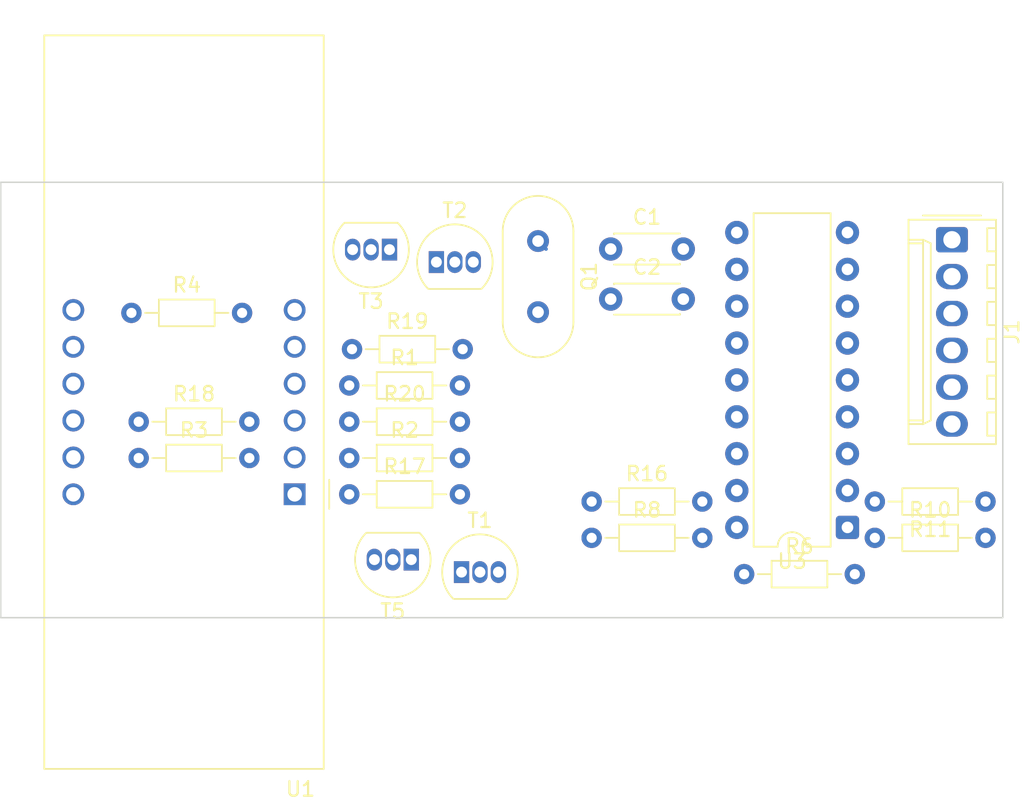
<source format=kicad_pcb>
(kicad_pcb (version 20241229) (generator "pcbnew") (generator_version "9.0")
  (layers (0 "F.Cu" signal) (2 "B.Cu" signal) (13 "F.Paste" user) (15 "B.Paste" user) (5 "F.SilkS" user "F.Silkscreen") (7 "B.SilkS" user "B.Silkscreen") (1 "F.Mask" user) (3 "B.Mask" user) (25 "Edge.Cuts" user))
  (net 0 "")
  (net 1 "Net-(U1-DPX)")
  (net 2 "Net-(T2-C)")
  (net 3 "Net-(U1-a)")
  (net 4 "Net-(T3-C)")
  (net 5 "Net-(U1-g)")
  (net 6 "Net-(U1-c)")
  (net 7 "Net-(U1-b)")
  (net 8 "Net-(U1-d)")
  (net 9 "Net-(U1-f)")
  (net 10 "Net-(T5-C)")
  (net 11 "Net-(T1-C)")
  (net 12 "Net-(U1-e)")
  (net 13 "Net-(U3-RA1)")
  (net 14 "Net-(U3-RB7)")
  (net 15 "Net-(U3-INT{slash}RB0)")
  (net 16 "Net-(U3-RB2)")
  (net 17 "Net-(U3-RA2)")
  (net 18 "Net-(U3-RB4)")
  (net 19 "Net-(U3-RB3)")
  (net 20 "Net-(U3-RA3)")
  (net 21 "GND")
  (net 22 "Net-(U3-OSC1{slash}CLKIN)")
  (net 23 "Net-(U3-RB5)")
  (net 24 "Net-(U3-~{MCLR})")
  (net 25 "VDD")
  (net 26 "Net-(U3-OSC2{slash}CLKOUT)")
  (net 27 "Net-(U3-RA0)")
  (net 28 "Net-(U3-RB6)")
  (net 29 "Net-(U3-RB1)")
  (net 32 "+5V")
  (net 33 "Net-(T1-B)")
  (net 34 "Net-(T2-B)")
  (net 35 "Net-(T3-B)")
  (net 36 "Net-(T5-B)")
  (footprint "Resistor_THT:R_Axial_DIN0204_L3.6mm_D1.6mm_P7.62mm_Horizontal" (layer "F.Cu") (at 129 69.5)
    (property "Reference" "R17" (at 3.81 -1.92 0) (layer "F.SilkS"))
    (property "Value" "330")
    (fp_line (start 0.94 0) (end 1.89 0) (stroke (width 0.12)) (layer "F.SilkS"))
    (fp_line (start 6.68 0) (end 5.73 0) (stroke (width 0.12)) (layer "F.SilkS"))
    (fp_rect (start 1.89 -0.92) (end 5.73 0.92) (stroke (width 0.12)) (fill no) (layer "F.SilkS"))
    (pad "1" thru_hole circle (at 0 0) (size 1.4 1.4) (drill 0.7) (layers "*.Cu" "*.Mask") (net 12 "Net-(U1-e)"))
    (pad "2" thru_hole circle (at 7.62 0) (size 1.4 1.4) (drill 0.7) (layers "*.Cu" "*.Mask") (net 18 "Net-(U3-RB4)"))
  )
  (footprint "Resistor_THT:R_Axial_DIN0204_L3.6mm_D1.6mm_P7.62mm_Horizontal" (layer "F.Cu") (at 114.5 64.5)
    (property "Reference" "R18" (at 3.81 -1.92 0) (layer "F.SilkS"))
    (property "Value" "330")
    (fp_line (start 0.94 0) (end 1.89 0) (stroke (width 0.12)) (layer "F.SilkS"))
    (fp_line (start 6.68 0) (end 5.73 0) (stroke (width 0.12)) (layer "F.SilkS"))
    (fp_rect (start 1.89 -0.92) (end 5.73 0.92) (stroke (width 0.12)) (fill no) (layer "F.SilkS"))
    (pad "1" thru_hole circle (at 0 0) (size 1.4 1.4) (drill 0.7) (layers "*.Cu" "*.Mask") (net 9 "Net-(U1-f)"))
    (pad "2" thru_hole circle (at 7.62 0) (size 1.4 1.4) (drill 0.7) (layers "*.Cu" "*.Mask") (net 23 "Net-(U3-RB5)"))
  )
  (footprint "Resistor_THT:R_Axial_DIN0204_L3.6mm_D1.6mm_P7.62mm_Horizontal" (layer "F.Cu") (at 129 64.5)
    (property "Reference" "R20" (at 3.81 -1.92 0) (layer "F.SilkS"))
    (property "Value" "330")
    (fp_line (start 0.94 0) (end 1.89 0) (stroke (width 0.12)) (layer "F.SilkS"))
    (fp_line (start 6.68 0) (end 5.73 0) (stroke (width 0.12)) (layer "F.SilkS"))
    (fp_rect (start 1.89 -0.92) (end 5.73 0.92) (stroke (width 0.12)) (fill no) (layer "F.SilkS"))
    (pad "1" thru_hole circle (at 0 0) (size 1.4 1.4) (drill 0.7) (layers "*.Cu" "*.Mask") (net 1 "Net-(U1-DPX)"))
    (pad "2" thru_hole circle (at 7.62 0) (size 1.4 1.4) (drill 0.7) (layers "*.Cu" "*.Mask") (net 14 "Net-(U3-RB7)"))
  )
  (footprint "Resistor_THT:R_Axial_DIN0204_L3.6mm_D1.6mm_P7.62mm_Horizontal" (layer "F.Cu") (at 129.19 59.5)
    (property "Reference" "R19" (at 3.81 -1.92 0) (layer "F.SilkS"))
    (property "Value" "330")
    (fp_line (start 0.94 0) (end 1.89 0) (stroke (width 0.12)) (layer "F.SilkS"))
    (fp_line (start 6.68 0) (end 5.73 0) (stroke (width 0.12)) (layer "F.SilkS"))
    (fp_rect (start 1.89 -0.92) (end 5.73 0.92) (stroke (width 0.12)) (fill no) (layer "F.SilkS"))
    (pad "1" thru_hole circle (at 0 0) (size 1.4 1.4) (drill 0.7) (layers "*.Cu" "*.Mask") (net 5 "Net-(U1-g)"))
    (pad "2" thru_hole circle (at 7.62 0) (size 1.4 1.4) (drill 0.7) (layers "*.Cu" "*.Mask") (net 28 "Net-(U3-RB6)"))
  )
  (footprint "Resistor_THT:R_Axial_DIN0204_L3.6mm_D1.6mm_P7.62mm_Horizontal" (layer "F.Cu") (at 114 57)
    (property "Reference" "R4" (at 3.81 -1.92 0) (layer "F.SilkS"))
    (property "Value" "330")
    (fp_line (start 0.94 0) (end 1.89 0) (stroke (width 0.12)) (layer "F.SilkS"))
    (fp_line (start 6.68 0) (end 5.73 0) (stroke (width 0.12)) (layer "F.SilkS"))
    (fp_rect (start 1.89 -0.92) (end 5.73 0.92) (stroke (width 0.12)) (fill no) (layer "F.SilkS"))
    (pad "1" thru_hole circle (at 0 0) (size 1.4 1.4) (drill 0.7) (layers "*.Cu" "*.Mask") (net 7 "Net-(U1-b)"))
    (pad "2" thru_hole circle (at 7.62 0) (size 1.4 1.4) (drill 0.7) (layers "*.Cu" "*.Mask") (net 29 "Net-(U3-RB1)"))
  )
  (footprint "Resistor_THT:R_Axial_DIN0204_L3.6mm_D1.6mm_P7.62mm_Horizontal" (layer "F.Cu") (at 172.81 70 180)
    (property "Reference" "R11" (at 3.81 -1.92 0) (layer "F.SilkS"))
    (property "Value" "1k")
    (fp_line (start 6.68 0) (end 5.73 0) (stroke (width 0.12)) (layer "F.SilkS"))
    (fp_line (start 0.94 0) (end 1.89 0) (stroke (width 0.12)) (layer "F.SilkS"))
    (fp_rect (start 1.89 -0.92) (end 5.73 0.92) (stroke (width 0.12)) (fill no) (layer "F.SilkS"))
    (pad "1" thru_hole circle (at 0 0 180) (size 1.4 1.4) (drill 0.7) (layers "*.Cu" "*.Mask") (net 35 "Net-(T3-B)"))
    (pad "2" thru_hole circle (at 7.62 0 180) (size 1.4 1.4) (drill 0.7) (layers "*.Cu" "*.Mask") (net 20 "Net-(U3-RA3)"))
  )
  (footprint "Resistor_THT:R_Axial_DIN0204_L3.6mm_D1.6mm_P7.62mm_Horizontal" (layer "F.Cu") (at 114.5 67)
    (property "Reference" "R3" (at 3.81 -1.92 0) (layer "F.SilkS"))
    (property "Value" "330")
    (fp_line (start 0.94 0) (end 1.89 0) (stroke (width 0.12)) (layer "F.SilkS"))
    (fp_line (start 6.68 0) (end 5.73 0) (stroke (width 0.12)) (layer "F.SilkS"))
    (fp_rect (start 1.89 -0.92) (end 5.73 0.92) (stroke (width 0.12)) (fill no) (layer "F.SilkS"))
    (pad "1" thru_hole circle (at 0 0) (size 1.4 1.4) (drill 0.7) (layers "*.Cu" "*.Mask") (net 3 "Net-(U1-a)"))
    (pad "2" thru_hole circle (at 7.62 0) (size 1.4 1.4) (drill 0.7) (layers "*.Cu" "*.Mask") (net 15 "Net-(U3-INT{slash}RB0)"))
  )
  (footprint "Resistor_THT:R_Axial_DIN0204_L3.6mm_D1.6mm_P7.62mm_Horizontal" (layer "F.Cu") (at 145.69 72.5)
    (property "Reference" "R8" (at 3.81 -1.92 0) (layer "F.SilkS"))
    (property "Value" "1k")
    (fp_line (start 0.94 0) (end 1.89 0) (stroke (width 0.12)) (layer "F.SilkS"))
    (fp_line (start 6.68 0) (end 5.73 0) (stroke (width 0.12)) (layer "F.SilkS"))
    (fp_rect (start 1.89 -0.92) (end 5.73 0.92) (stroke (width 0.12)) (fill no) (layer "F.SilkS"))
    (pad "1" thru_hole circle (at 0 0) (size 1.4 1.4) (drill 0.7) (layers "*.Cu" "*.Mask") (net 33 "Net-(T1-B)"))
    (pad "2" thru_hole circle (at 7.62 0) (size 1.4 1.4) (drill 0.7) (layers "*.Cu" "*.Mask") (net 13 "Net-(U3-RA1)"))
  )
  (footprint "Resistor_THT:R_Axial_DIN0204_L3.6mm_D1.6mm_P7.62mm_Horizontal" (layer "F.Cu") (at 156.19 75)
    (property "Reference" "R6" (at 3.81 -1.92 0) (layer "F.SilkS"))
    (property "Value" "10k")
    (fp_line (start 0.94 0) (end 1.89 0) (stroke (width 0.12)) (layer "F.SilkS"))
    (fp_line (start 6.68 0) (end 5.73 0) (stroke (width 0.12)) (layer "F.SilkS"))
    (fp_rect (start 1.89 -0.92) (end 5.73 0.92) (stroke (width 0.12)) (fill no) (layer "F.SilkS"))
    (pad "1" thru_hole circle (at 0 0) (size 1.4 1.4) (drill 0.7) (layers "*.Cu" "*.Mask") (net 25 "VDD"))
    (pad "2" thru_hole circle (at 7.62 0) (size 1.4 1.4) (drill 0.7) (layers "*.Cu" "*.Mask") (net 24 "Net-(U3-~{MCLR})"))
  )
  (footprint "Resistor_THT:R_Axial_DIN0204_L3.6mm_D1.6mm_P7.62mm_Horizontal" (layer "F.Cu") (at 129 62)
    (property "Reference" "R1" (at 3.81 -1.92 0) (layer "F.SilkS"))
    (property "Value" "330")
    (fp_line (start 0.94 0) (end 1.89 0) (stroke (width 0.12)) (layer "F.SilkS"))
    (fp_line (start 6.68 0) (end 5.73 0) (stroke (width 0.12)) (layer "F.SilkS"))
    (fp_rect (start 1.89 -0.92) (end 5.73 0.92) (stroke (width 0.12)) (fill no) (layer "F.SilkS"))
    (pad "1" thru_hole circle (at 0 0) (size 1.4 1.4) (drill 0.7) (layers "*.Cu" "*.Mask") (net 6 "Net-(U1-c)"))
    (pad "2" thru_hole circle (at 7.62 0) (size 1.4 1.4) (drill 0.7) (layers "*.Cu" "*.Mask") (net 16 "Net-(U3-RB2)"))
  )
  (footprint "Capacitor_THT:C_Disc_D4.3mm_W1.9mm_P5.00mm" (layer "F.Cu") (at 147 56.05)
    (property "Reference" "C2" (at 2.5 -2.2 0) (layer "F.SilkS"))
    (property "Value" "20p")
    (fp_line (start 0.23 -1.07) (end 4.77 -1.07) (stroke (width 0.12)) (layer "F.SilkS"))
    (fp_line (start 0.23 -1.014) (end 0.23 -1.07) (stroke (width 0.12)) (layer "F.SilkS"))
    (fp_line (start 4.77 1.014) (end 4.77 1.07) (stroke (width 0.12)) (layer "F.SilkS"))
    (fp_line (start 4.77 1.07) (end 0.23 1.07) (stroke (width 0.12)) (layer "F.SilkS"))
    (pad "1" thru_hole circle (at 0 0) (size 1.6 1.6) (drill 0.8) (layers "*.Cu" "*.Mask") (net 22 "Net-(U3-OSC1{slash}CLKIN)"))
    (pad "2" thru_hole circle (at 5 0) (size 1.6 1.6) (drill 0.8) (layers "*.Cu" "*.Mask") (net 21 "GND"))
  )
  (footprint "Connector_Molex:Molex_KK-254_AE-6410-06A_1x06_P2.54mm_Vertical" (layer "F.Cu") (at 170.5 51.96 -90)
    (property "Reference" "J1" (at 6.35 -4.12 90) (layer "F.SilkS"))
    (property "Value" "MTA06-156")
    (fp_line (start -1.38 2.99) (end 14.08 2.99) (stroke (width 0.12)) (layer "F.SilkS"))
    (fp_line (start 0 2.99) (end 0 1.99) (stroke (width 0.12)) (layer "F.SilkS"))
    (fp_line (start 0.25 2.99) (end 0.25 1.99) (stroke (width 0.12)) (layer "F.SilkS"))
    (fp_line (start 12.45 2.99) (end 12.45 1.99) (stroke (width 0.12)) (layer "F.SilkS"))
    (fp_line (start 14.08 2.99) (end 14.08 -3.03) (stroke (width 0.12)) (layer "F.SilkS"))
    (fp_line (start 0 1.99) (end 12.7 1.99) (stroke (width 0.12)) (layer "F.SilkS"))
    (fp_line (start 0 1.99) (end 0.25 1.46) (stroke (width 0.12)) (layer "F.SilkS"))
    (fp_line (start 12.7 1.99) (end 12.7 2.99) (stroke (width 0.12)) (layer "F.SilkS"))
    (fp_line (start 0.25 1.46) (end 12.45 1.46) (stroke (width 0.12)) (layer "F.SilkS"))
    (fp_line (start 12.45 1.46) (end 12.7 1.99) (stroke (width 0.12)) (layer "F.SilkS"))
    (fp_line (start -1.67 -2) (end -1.67 2) (stroke (width 0.12)) (layer "F.SilkS"))
    (fp_line (start -0.8 -2.43) (end 0.8 -2.43) (stroke (width 0.12)) (layer "F.SilkS"))
    (fp_line (start 0.8 -2.43) (end 0.8 -3.03) (stroke (width 0.12)) (layer "F.SilkS"))
    (fp_line (start 1.74 -2.43) (end 3.34 -2.43) (stroke (width 0.12)) (layer "F.SilkS"))
    (fp_line (start 3.34 -2.43) (end 3.34 -3.03) (stroke (width 0.12)) (layer "F.SilkS"))
    (fp_line (start 4.28 -2.43) (end 5.88 -2.43) (stroke (width 0.12)) (layer "F.SilkS"))
    (fp_line (start 5.88 -2.43) (end 5.88 -3.03) (stroke (width 0.12)) (layer "F.SilkS"))
    (fp_line (start 6.82 -2.43) (end 8.42 -2.43) (stroke (width 0.12)) (layer "F.SilkS"))
    (fp_line (start 8.42 -2.43) (end 8.42 -3.03) (stroke (width 0.12)) (layer "F.SilkS"))
    (fp_line (start 9.36 -2.43) (end 10.96 -2.43) (stroke (width 0.12)) (layer "F.SilkS"))
    (fp_line (start 10.96 -2.43) (end 10.96 -3.03) (stroke (width 0.12)) (layer "F.SilkS"))
    (fp_line (start 11.9 -2.43) (end 13.5 -2.43) (stroke (width 0.12)) (layer "F.SilkS"))
    (fp_line (start 13.5 -2.43) (end 13.5 -3.03) (stroke (width 0.12)) (layer "F.SilkS"))
    (fp_line (start -1.38 -3.03) (end -1.38 2.99) (stroke (width 0.12)) (layer "F.SilkS"))
    (fp_line (start -0.8 -3.03) (end -0.8 -2.43) (stroke (width 0.12)) (layer "F.SilkS"))
    (fp_line (start 1.74 -3.03) (end 1.74 -2.43) (stroke (width 0.12)) (layer "F.SilkS"))
    (fp_line (start 4.28 -3.03) (end 4.28 -2.43) (stroke (width 0.12)) (layer "F.SilkS"))
    (fp_line (start 6.82 -3.03) (end 6.82 -2.43) (stroke (width 0.12)) (layer "F.SilkS"))
    (fp_line (start 9.36 -3.03) (end 9.36 -2.43) (stroke (width 0.12)) (layer "F.SilkS"))
    (fp_line (start 11.9 -3.03) (end 11.9 -2.43) (stroke (width 0.12)) (layer "F.SilkS"))
    (fp_line (start 14.08 -3.03) (end -1.38 -3.03) (stroke (width 0.12)) (layer "F.SilkS"))
    (pad "1" thru_hole roundrect (at 0 0 270) (size 1.74 2.19) (drill 1.19) (layers "*.Cu" "*.Mask") (roundrect_rratio 0.143678))
    (pad "2" thru_hole oval (at 2.54 0 270) (size 1.74 2.19) (drill 1.19) (layers "*.Cu" "*.Mask") (net 28 "Net-(U3-RB6)"))
    (pad "3" thru_hole oval (at 5.08 0 270) (size 1.74 2.19) (drill 1.19) (layers "*.Cu" "*.Mask") (net 14 "Net-(U3-RB7)"))
    (pad "4" thru_hole oval (at 7.62 0 270) (size 1.74 2.19) (drill 1.19) (layers "*.Cu" "*.Mask") (net 21 "GND"))
    (pad "5" thru_hole oval (at 10.16 0 270) (size 1.74 2.19) (drill 1.19) (layers "*.Cu" "*.Mask") (net 32 "+5V"))
    (pad "6" thru_hole oval (at 12.7 0 270) (size 1.74 2.19) (drill 1.19) (layers "*.Cu" "*.Mask") (net 24 "Net-(U3-~{MCLR})"))
  )
  (footprint "Package_TO_SOT_THT:TO-92_Inline" (layer "F.Cu") (at 136.73 74.86)
    (property "Reference" "T1" (at 1.27 -3.56 0) (layer "F.SilkS"))
    (property "Value" "BC337")
    (fp_line (start -0.53 1.85) (end 3.07 1.85) (stroke (width 0.12)) (layer "F.SilkS"))
    (fp_arc (start -0.568478 1.838478) (mid -1.132087 -0.994977) (end 1.27 -2.6) (stroke (width 0.12)) (layer "F.SilkS"))
    (fp_arc (start 1.27 -2.6) (mid 3.672087 -0.994977) (end 3.108478 1.838478) (stroke (width 0.12)) (layer "F.SilkS"))
    (pad "1" thru_hole rect (at 0 0) (size 1.05 1.5) (drill 0.75) (layers "*.Cu" "*.Mask") (net 21 "GND"))
    (pad "2" thru_hole oval (at 1.27 0) (size 1.05 1.5) (drill 0.75) (layers "*.Cu" "*.Mask") (net 33 "Net-(T1-B)"))
    (pad "3" thru_hole oval (at 2.54 0) (size 1.05 1.5) (drill 0.75) (layers "*.Cu" "*.Mask") (net 11 "Net-(T1-C)"))
  )
  (footprint "Package_DIP:DIP-18_W7.62mm" (layer "F.Cu") (at 163.305 71.78 180)
    (property "Reference" "U3" (at 3.81 -2.33 0) (layer "F.SilkS"))
    (property "Value" "PIC16F84A-XXP")
    (fp_line (start 6.46 21.65) (end 6.46 -1.33) (stroke (width 0.12)) (layer "F.SilkS"))
    (fp_line (start 6.46 -1.33) (end 4.81 -1.33) (stroke (width 0.12)) (layer "F.SilkS"))
    (fp_line (start 2.81 -1.33) (end 1.16 -1.33) (stroke (width 0.12)) (layer "F.SilkS"))
    (fp_line (start 1.16 21.65) (end 6.46 21.65) (stroke (width 0.12)) (layer "F.SilkS"))
    (fp_line (start 1.16 -1.33) (end 1.16 21.65) (stroke (width 0.12)) (layer "F.SilkS"))
    (fp_arc (start 4.81 -1.33) (mid 3.81 -0.33) (end 2.81 -1.33) (stroke (width 0.12)) (layer "F.SilkS"))
    (pad "1" thru_hole roundrect (at 0 0 180) (size 1.6 1.6) (drill 0.8) (layers "*.Cu" "*.Mask") (roundrect_rratio 0.15625) (net 17 "Net-(U3-RA2)"))
    (pad "2" thru_hole circle (at 0 2.54 180) (size 1.6 1.6) (drill 0.8) (layers "*.Cu" "*.Mask") (net 20 "Net-(U3-RA3)"))
    (pad "3" thru_hole circle (at 0 5.08 180) (size 1.6 1.6) (drill 0.8) (layers "*.Cu" "*.Mask"))
    (pad "4" thru_hole circle (at 0 7.62 180) (size 1.6 1.6) (drill 0.8) (layers "*.Cu" "*.Mask") (net 24 "Net-(U3-~{MCLR})"))
    (pad "5" thru_hole circle (at 0 10.16 180) (size 1.6 1.6) (drill 0.8) (layers "*.Cu" "*.Mask") (net 21 "GND"))
    (pad "6" thru_hole circle (at 0 12.7 180) (size 1.6 1.6) (drill 0.8) (layers "*.Cu" "*.Mask") (net 15 "Net-(U3-INT{slash}RB0)"))
    (pad "7" thru_hole circle (at 0 15.24 180) (size 1.6 1.6) (drill 0.8) (layers "*.Cu" "*.Mask") (net 29 "Net-(U3-RB1)"))
    (pad "8" thru_hole circle (at 0 17.78 180) (size 1.6 1.6) (drill 0.8) (layers "*.Cu" "*.Mask") (net 16 "Net-(U3-RB2)"))
    (pad "9" thru_hole circle (at 0 20.32 180) (size 1.6 1.6) (drill 0.8) (layers "*.Cu" "*.Mask") (net 19 "Net-(U3-RB3)"))
    (pad "10" thru_hole circle (at 7.62 20.32 180) (size 1.6 1.6) (drill 0.8) (layers "*.Cu" "*.Mask") (net 18 "Net-(U3-RB4)"))
    (pad "11" thru_hole circle (at 7.62 17.78 180) (size 1.6 1.6) (drill 0.8) (layers "*.Cu" "*.Mask") (net 23 "Net-(U3-RB5)"))
    (pad "12" thru_hole circle (at 7.62 15.24 180) (size 1.6 1.6) (drill 0.8) (layers "*.Cu" "*.Mask") (net 28 "Net-(U3-RB6)"))
    (pad "13" thru_hole circle (at 7.62 12.7 180) (size 1.6 1.6) (drill 0.8) (layers "*.Cu" "*.Mask") (net 14 "Net-(U3-RB7)"))
    (pad "14" thru_hole circle (at 7.62 10.16 180) (size 1.6 1.6) (drill 0.8) (layers "*.Cu" "*.Mask") (net 25 "VDD"))
    (pad "15" thru_hole circle (at 7.62 7.62 180) (size 1.6 1.6) (drill 0.8) (layers "*.Cu" "*.Mask") (net 26 "Net-(U3-OSC2{slash}CLKOUT)"))
    (pad "16" thru_hole circle (at 7.62 5.08 180) (size 1.6 1.6) (drill 0.8) (layers "*.Cu" "*.Mask") (net 22 "Net-(U3-OSC1{slash}CLKIN)"))
    (pad "17" thru_hole circle (at 7.62 2.54 180) (size 1.6 1.6) (drill 0.8) (layers "*.Cu" "*.Mask") (net 27 "Net-(U3-RA0)"))
    (pad "18" thru_hole circle (at 7.62 0 180) (size 1.6 1.6) (drill 0.8) (layers "*.Cu" "*.Mask") (net 13 "Net-(U3-RA1)"))
  )
  (footprint "Package_TO_SOT_THT:TO-92_Inline" (layer "F.Cu") (at 133.27 74 180)
    (property "Reference" "T5" (at 1.27 -3.56 0) (layer "F.SilkS"))
    (property "Value" "BC337")
    (fp_line (start -0.53 1.85) (end 3.07 1.85) (stroke (width 0.12)) (layer "F.SilkS"))
    (fp_arc (start 1.27 -2.6) (mid 3.672087 -0.994977) (end 3.108478 1.838478) (stroke (width 0.12)) (layer "F.SilkS"))
    (fp_arc (start -0.568478 1.838478) (mid -1.132087 -0.994977) (end 1.27 -2.6) (stroke (width 0.12)) (layer "F.SilkS"))
    (pad "1" thru_hole rect (at 0 0 180) (size 1.05 1.5) (drill 0.75) (layers "*.Cu" "*.Mask") (net 21 "GND"))
    (pad "2" thru_hole oval (at 1.27 0 180) (size 1.05 1.5) (drill 0.75) (layers "*.Cu" "*.Mask") (net 36 "Net-(T5-B)"))
    (pad "3" thru_hole oval (at 2.54 0 180) (size 1.05 1.5) (drill 0.75) (layers "*.Cu" "*.Mask") (net 10 "Net-(T5-C)"))
  )
  (footprint "Capacitor_THT:C_Disc_D4.3mm_W1.9mm_P5.00mm" (layer "F.Cu") (at 147 52.6)
    (property "Reference" "C1" (at 2.5 -2.2 0) (layer "F.SilkS"))
    (property "Value" "20p")
    (fp_line (start 0.23 -1.07) (end 4.77 -1.07) (stroke (width 0.12)) (layer "F.SilkS"))
    (fp_line (start 0.23 -1.014) (end 0.23 -1.07) (stroke (width 0.12)) (layer "F.SilkS"))
    (fp_line (start 4.77 1.014) (end 4.77 1.07) (stroke (width 0.12)) (layer "F.SilkS"))
    (fp_line (start 4.77 1.07) (end 0.23 1.07) (stroke (width 0.12)) (layer "F.SilkS"))
    (pad "1" thru_hole circle (at 0 0) (size 1.6 1.6) (drill 0.8) (layers "*.Cu" "*.Mask") (net 26 "Net-(U3-OSC2{slash}CLKOUT)"))
    (pad "2" thru_hole circle (at 5 0) (size 1.6 1.6) (drill 0.8) (layers "*.Cu" "*.Mask") (net 21 "GND"))
  )
  (footprint "Resistor_THT:R_Axial_DIN0204_L3.6mm_D1.6mm_P7.62mm_Horizontal" (layer "F.Cu") (at 165.19 72.5)
    (property "Reference" "R10" (at 3.81 -1.92 0) (layer "F.SilkS"))
    (property "Value" "1k")
    (fp_line (start 0.94 0) (end 1.89 0) (stroke (width 0.12)) (layer "F.SilkS"))
    (fp_line (start 6.68 0) (end 5.73 0) (stroke (width 0.12)) (layer "F.SilkS"))
    (fp_rect (start 1.89 -0.92) (end 5.73 0.92) (stroke (width 0.12)) (fill no) (layer "F.SilkS"))
    (pad "1" thru_hole circle (at 0 0) (size 1.4 1.4) (drill 0.7) (layers "*.Cu" "*.Mask") (net 34 "Net-(T2-B)"))
    (pad "2" thru_hole circle (at 7.62 0) (size 1.4 1.4) (drill 0.7) (layers "*.Cu" "*.Mask") (net 17 "Net-(U3-RA2)"))
  )
  (footprint "Package_TO_SOT_THT:TO-92_Inline" (layer "F.Cu") (at 135 53.5)
    (property "Reference" "T2" (at 1.27 -3.56 0) (layer "F.SilkS"))
    (property "Value" "BC337")
    (fp_line (start -0.53 1.85) (end 3.07 1.85) (stroke (width 0.12)) (layer "F.SilkS"))
    (fp_arc (start -0.568478 1.838478) (mid -1.132087 -0.994977) (end 1.27 -2.6) (stroke (width 0.12)) (layer "F.SilkS"))
    (fp_arc (start 1.27 -2.6) (mid 3.672087 -0.994977) (end 3.108478 1.838478) (stroke (width 0.12)) (layer "F.SilkS"))
    (pad "1" thru_hole rect (at 0 0) (size 1.05 1.5) (drill 0.75) (layers "*.Cu" "*.Mask") (net 21 "GND"))
    (pad "2" thru_hole oval (at 1.27 0) (size 1.05 1.5) (drill 0.75) (layers "*.Cu" "*.Mask") (net 34 "Net-(T2-B)"))
    (pad "3" thru_hole oval (at 2.54 0) (size 1.05 1.5) (drill 0.75) (layers "*.Cu" "*.Mask") (net 2 "Net-(T2-C)"))
  )
  (footprint "Resistor_THT:R_Axial_DIN0204_L3.6mm_D1.6mm_P7.62mm_Horizontal" (layer "F.Cu") (at 145.69 70)
    (property "Reference" "R16" (at 3.81 -1.92 0) (layer "F.SilkS"))
    (property "Value" "1k")
    (fp_line (start 0.94 0) (end 1.89 0) (stroke (width 0.12)) (layer "F.SilkS"))
    (fp_line (start 6.68 0) (end 5.73 0) (stroke (width 0.12)) (layer "F.SilkS"))
    (fp_rect (start 1.89 -0.92) (end 5.73 0.92) (stroke (width 0.12)) (fill no) (layer "F.SilkS"))
    (pad "1" thru_hole circle (at 0 0) (size 1.4 1.4) (drill 0.7) (layers "*.Cu" "*.Mask") (net 36 "Net-(T5-B)"))
    (pad "2" thru_hole circle (at 7.62 0) (size 1.4 1.4) (drill 0.7) (layers "*.Cu" "*.Mask") (net 27 "Net-(U3-RA0)"))
  )
  (footprint "Package_TO_SOT_THT:TO-92_Inline" (layer "F.Cu") (at 131.77 52.64 180)
    (property "Reference" "T3" (at 1.27 -3.56 0) (layer "F.SilkS"))
    (property "Value" "BC337")
    (fp_line (start -0.53 1.85) (end 3.07 1.85) (stroke (width 0.12)) (layer "F.SilkS"))
    (fp_arc (start 1.27 -2.6) (mid 3.672087 -0.994977) (end 3.108478 1.838478) (stroke (width 0.12)) (layer "F.SilkS"))
    (fp_arc (start -0.568478 1.838478) (mid -1.132087 -0.994977) (end 1.27 -2.6) (stroke (width 0.12)) (layer "F.SilkS"))
    (pad "1" thru_hole rect (at 0 0 180) (size 1.05 1.5) (drill 0.75) (layers "*.Cu" "*.Mask") (net 21 "GND"))
    (pad "2" thru_hole oval (at 1.27 0 180) (size 1.05 1.5) (drill 0.75) (layers "*.Cu" "*.Mask") (net 35 "Net-(T3-B)"))
    (pad "3" thru_hole oval (at 2.54 0 180) (size 1.05 1.5) (drill 0.75) (layers "*.Cu" "*.Mask") (net 4 "Net-(T3-C)"))
  )
  (footprint "Crystal:Crystal_HC18-U_Vertical" (layer "F.Cu") (at 142 52.05 -90)
    (property "Reference" "Q1" (at 2.45 -3.52 90) (layer "F.SilkS"))
    (property "Value" "20.0MHz")
    (fp_line (start 5.575 2.435) (end -0.675 2.435) (stroke (width 0.12)) (layer "F.SilkS"))
    (fp_line (start -0.675 -2.435) (end 5.575 -2.435) (stroke (width 0.12)) (layer "F.SilkS"))
    (fp_arc (start -0.675 2.435) (mid -3.11 0) (end -0.675 -2.435) (stroke (width 0.12)) (layer "F.SilkS"))
    (fp_arc (start 5.575 -2.435) (mid 8.01 0) (end 5.575 2.435) (stroke (width 0.12)) (layer "F.SilkS"))
    (pad "1" thru_hole circle (at 0 0 270) (size 1.5 1.5) (drill 0.8) (layers "*.Cu" "*.Mask") (net 26 "Net-(U3-OSC2{slash}CLKOUT)"))
    (pad "2" thru_hole circle (at 4.9 0 270) (size 1.5 1.5) (drill 0.8) (layers "*.Cu" "*.Mask") (net 22 "Net-(U3-OSC1{slash}CLKIN)"))
  )
  (footprint "Resistor_THT:R_Axial_DIN0204_L3.6mm_D1.6mm_P7.62mm_Horizontal" (layer "F.Cu") (at 129 67)
    (property "Reference" "R2" (at 3.81 -1.92 0) (layer "F.SilkS"))
    (property "Value" "330")
    (fp_line (start 0.94 0) (end 1.89 0) (stroke (width 0.12)) (layer "F.SilkS"))
    (fp_line (start 6.68 0) (end 5.73 0) (stroke (width 0.12)) (layer "F.SilkS"))
    (fp_rect (start 1.89 -0.92) (end 5.73 0.92) (stroke (width 0.12)) (fill no) (layer "F.SilkS"))
    (pad "1" thru_hole circle (at 0 0) (size 1.4 1.4) (drill 0.7) (layers "*.Cu" "*.Mask") (net 8 "Net-(U1-d)"))
    (pad "2" thru_hole circle (at 7.62 0) (size 1.4 1.4) (drill 0.7) (layers "*.Cu" "*.Mask") (net 19 "Net-(U3-RB3)"))
  )
  (footprint "Display_7Segment:CA56-12EWA" (layer "F.Cu") (at 125.24 69.5 180)
    (property "Reference" "U1" (at -0.4 -20.31 0) (layer "F.SilkS"))
    (property "Value" "CC56-12EWA")
    (fp_line (start 17.24 31.62) (end 17.24 -18.92) (stroke (width 0.12)) (layer "F.SilkS"))
    (fp_line (start -2 31.62) (end 17.24 31.62) (stroke (width 0.12)) (layer "F.SilkS"))
    (fp_line (start -2 -18.92) (end 17.24 -18.92) (stroke (width 0.12)) (layer "F.SilkS"))
    (fp_line (start -2 -18.92) (end -2 31.62) (stroke (width 0.12)) (layer "F.SilkS"))
    (fp_line (start -2.38 -1) (end -2.38 1) (stroke (width 0.12)) (layer "F.SilkS"))
    (pad "1" thru_hole rect (at 0 0 180) (size 1.5 1.5) (drill 1) (layers "*.Cu" "*.Mask") (net 12 "Net-(U1-e)"))
    (pad "2" thru_hole circle (at 0 2.54 180) (size 1.5 1.5) (drill 1) (layers "*.Cu" "*.Mask") (net 8 "Net-(U1-d)"))
    (pad "3" thru_hole circle (at 0 5.08 180) (size 1.5 1.5) (drill 1) (layers "*.Cu" "*.Mask") (net 1 "Net-(U1-DPX)"))
    (pad "4" thru_hole circle (at 0 7.62 180) (size 1.5 1.5) (drill 1) (layers "*.Cu" "*.Mask") (net 6 "Net-(U1-c)"))
    (pad "5" thru_hole circle (at 0 10.16 180) (size 1.5 1.5) (drill 1) (layers "*.Cu" "*.Mask") (net 5 "Net-(U1-g)"))
    (pad "6" thru_hole circle (at 0 12.7 180) (size 1.5 1.5) (drill 1) (layers "*.Cu" "*.Mask") (net 4 "Net-(T3-C)"))
    (pad "7" thru_hole circle (at 15.24 12.7 180) (size 1.5 1.5) (drill 1) (layers "*.Cu" "*.Mask") (net 7 "Net-(U1-b)"))
    (pad "8" thru_hole circle (at 15.24 10.16 180) (size 1.5 1.5) (drill 1) (layers "*.Cu" "*.Mask") (net 2 "Net-(T2-C)"))
    (pad "9" thru_hole circle (at 15.24 7.62 180) (size 1.5 1.5) (drill 1) (layers "*.Cu" "*.Mask") (net 11 "Net-(T1-C)"))
    (pad "10" thru_hole circle (at 15.24 5.08 180) (size 1.5 1.5) (drill 1) (layers "*.Cu" "*.Mask") (net 9 "Net-(U1-f)"))
    (pad "11" thru_hole circle (at 15.24 2.54 180) (size 1.5 1.5) (drill 1) (layers "*.Cu" "*.Mask") (net 3 "Net-(U1-a)"))
    (pad "12" thru_hole circle (at 15.24 0 180) (size 1.5 1.5) (drill 1) (layers "*.Cu" "*.Mask") (net 10 "Net-(T5-C)"))
  )
  (gr_rect (start 105 48) (end 174 78) (stroke (width 0.1)) (fill no) (layer "Edge.Cuts"))
  (segment (start 142 52.05) (end 142.55 52.6) (width 0.25) (layer "B.Cu") (net 26))
  (segment (start 142 52.05) (end 141.984 52.034) (width 0.25) (layer "B.Cu") (net 26))
)
</source>
